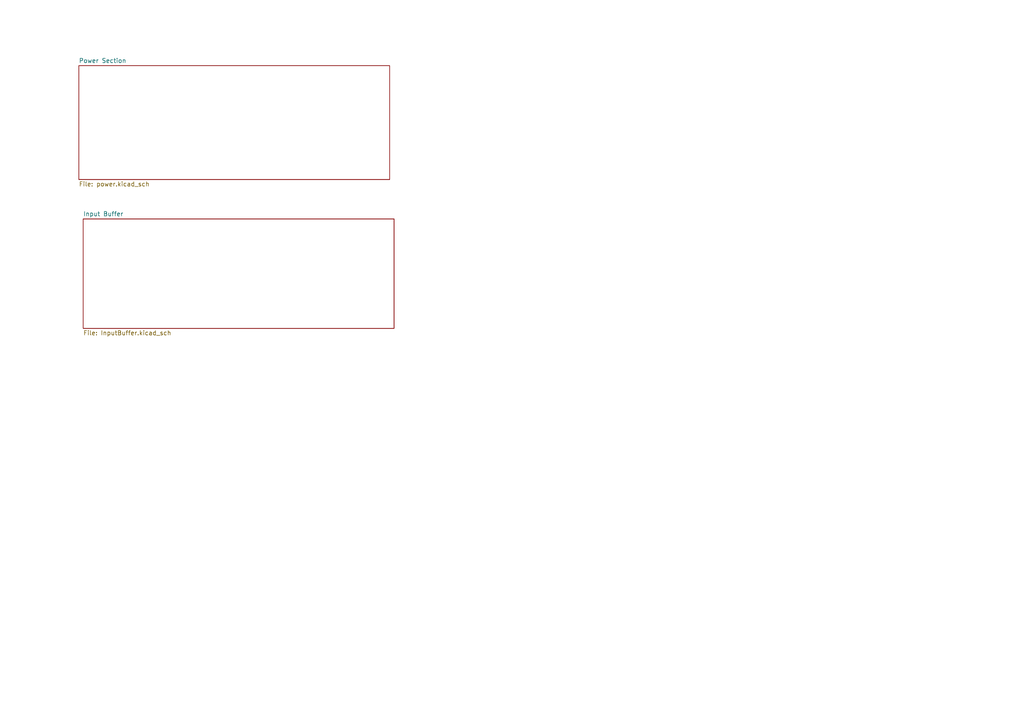
<source format=kicad_sch>
(kicad_sch
	(version 20250114)
	(generator "eeschema")
	(generator_version "9.0")
	(uuid "5faae81d-f66a-438b-a97a-07010798add6")
	(paper "A4")
	(title_block
		(title "Headphone Amplifier ")
		(date "2025-09-01")
		(rev "1")
		(comment 1 "Power Section")
		(comment 2 "https://www.youtube.com/watch?v=Z2GUoi63pJs&t=294s")
	)
	(lib_symbols)
	(sheet
		(at 22.86 19.05)
		(size 90.17 33.02)
		(exclude_from_sim no)
		(in_bom yes)
		(on_board yes)
		(dnp no)
		(fields_autoplaced yes)
		(stroke
			(width 0.1524)
			(type solid)
		)
		(fill
			(color 0 0 0 0.0000)
		)
		(uuid "97cb9c44-c831-444c-aa77-3756bc34400e")
		(property "Sheetname" "Power Section"
			(at 22.86 18.3384 0)
			(effects
				(font
					(size 1.27 1.27)
				)
				(justify left bottom)
			)
		)
		(property "Sheetfile" "power.kicad_sch"
			(at 22.86 52.6546 0)
			(effects
				(font
					(size 1.27 1.27)
				)
				(justify left top)
			)
		)
		(instances
			(project "Amp"
				(path "/5faae81d-f66a-438b-a97a-07010798add6"
					(page "2")
				)
			)
		)
	)
	(sheet
		(at 24.13 63.5)
		(size 90.17 31.75)
		(exclude_from_sim no)
		(in_bom yes)
		(on_board yes)
		(dnp no)
		(fields_autoplaced yes)
		(stroke
			(width 0.1524)
			(type solid)
		)
		(fill
			(color 0 0 0 0.0000)
		)
		(uuid "d463e94a-376b-41f1-9565-03159b2bc3bf")
		(property "Sheetname" "Input Buffer"
			(at 24.13 62.7884 0)
			(effects
				(font
					(size 1.27 1.27)
				)
				(justify left bottom)
			)
		)
		(property "Sheetfile" "InputBuffer.kicad_sch"
			(at 24.13 95.8346 0)
			(effects
				(font
					(size 1.27 1.27)
				)
				(justify left top)
			)
		)
		(instances
			(project "Amp"
				(path "/5faae81d-f66a-438b-a97a-07010798add6"
					(page "3")
				)
			)
		)
	)
	(sheet_instances
		(path "/"
			(page "1")
		)
	)
	(embedded_fonts no)
)

</source>
